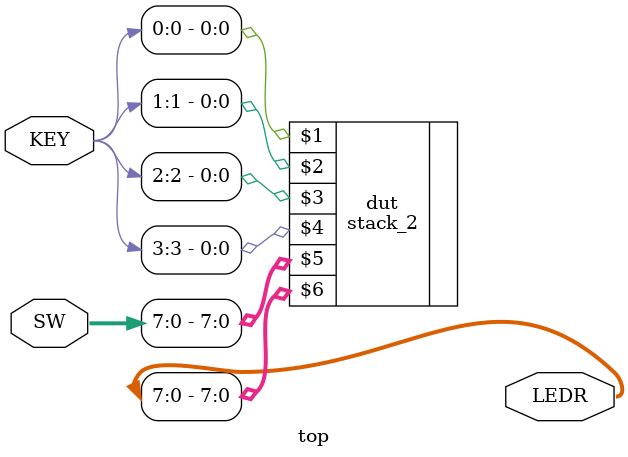
<source format=v>
module top (SW, KEY, LEDR);

    input wire [9:0] SW;        // DE-series switches
    input wire [3:0] KEY;       // DE-series pushbuttons

    output wire [9:0] LEDR;     // DE-series LEDs   

    stack_2 dut (KEY[0], KEY[1], KEY[2], KEY[3], SW[7:0], LEDR[7:0]);
 
endmodule


</source>
